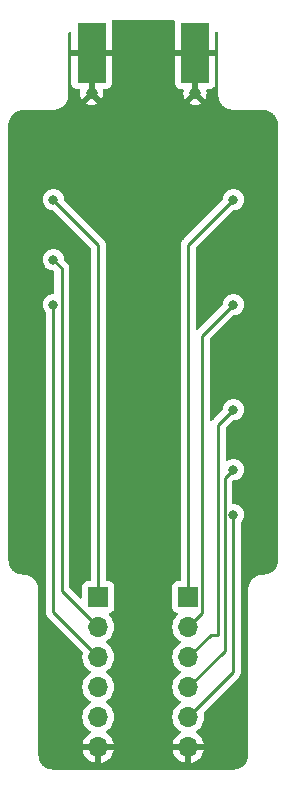
<source format=gbr>
%TF.GenerationSoftware,KiCad,Pcbnew,7.0.7*%
%TF.CreationDate,2023-09-17T23:45:05-06:00*%
%TF.ProjectId,dra818-breakout,64726138-3138-42d6-9272-65616b6f7574,1*%
%TF.SameCoordinates,Original*%
%TF.FileFunction,Copper,L2,Bot*%
%TF.FilePolarity,Positive*%
%FSLAX46Y46*%
G04 Gerber Fmt 4.6, Leading zero omitted, Abs format (unit mm)*
G04 Created by KiCad (PCBNEW 7.0.7) date 2023-09-17 23:45:05*
%MOMM*%
%LPD*%
G01*
G04 APERTURE LIST*
%TA.AperFunction,SMDPad,CuDef*%
%ADD10R,2.420000X5.080000*%
%TD*%
%TA.AperFunction,SMDPad,CuDef*%
%ADD11R,0.460000X0.950000*%
%TD*%
%TA.AperFunction,ComponentPad*%
%ADD12C,0.970000*%
%TD*%
%TA.AperFunction,ComponentPad*%
%ADD13R,1.700000X1.700000*%
%TD*%
%TA.AperFunction,ComponentPad*%
%ADD14O,1.700000X1.700000*%
%TD*%
%TA.AperFunction,ViaPad*%
%ADD15C,0.800000*%
%TD*%
%TA.AperFunction,Conductor*%
%ADD16C,0.250000*%
%TD*%
G04 APERTURE END LIST*
D10*
%TO.P,AE1,2,Shield*%
%TO.N,GND*%
X155510000Y-68840000D03*
X146750000Y-68840000D03*
D11*
X155510000Y-71830000D03*
X146750000Y-71830000D03*
D12*
X155510000Y-72280000D03*
X146750000Y-72280000D03*
%TD*%
D13*
%TO.P,J1,1,Pin_1*%
%TO.N,/SQ*%
X154940000Y-114920000D03*
D14*
%TO.P,J1,2,Pin_2*%
%TO.N,/AF_OUT*%
X154940000Y-117460000D03*
%TO.P,J1,3,Pin_3*%
%TO.N,/PTT*%
X154940000Y-120000000D03*
%TO.P,J1,4,Pin_4*%
%TO.N,/PD*%
X154940000Y-122540000D03*
%TO.P,J1,5,Pin_5*%
%TO.N,/H{slash}L*%
X154940000Y-125080000D03*
%TO.P,J1,6,Pin_6*%
%TO.N,GND*%
X154940000Y-127620000D03*
%TD*%
D13*
%TO.P,J2,1,Pin_1*%
%TO.N,/MIC_IN*%
X147320000Y-114920000D03*
D14*
%TO.P,J2,2,Pin_2*%
%TO.N,/TXD*%
X147320000Y-117460000D03*
%TO.P,J2,3,Pin_3*%
%TO.N,/RXD*%
X147320000Y-120000000D03*
%TO.P,J2,4,Pin_4*%
%TO.N,VCC*%
X147320000Y-122540000D03*
%TO.P,J2,5,Pin_5*%
%TO.N,unconnected-(J2-Pin_5-Pad5)*%
X147320000Y-125080000D03*
%TO.P,J2,6,Pin_6*%
%TO.N,GND*%
X147320000Y-127620000D03*
%TD*%
D15*
%TO.N,/RXD*%
X143510000Y-90170000D03*
%TO.N,/TXD*%
X143510000Y-86360000D03*
%TO.N,/SQ*%
X158750000Y-81280000D03*
%TO.N,/AF_OUT*%
X158750000Y-90170000D03*
%TO.N,/MIC_IN*%
X143510000Y-81280000D03*
%TO.N,/PTT*%
X158750000Y-99060000D03*
%TO.N,/PD*%
X158750000Y-104140000D03*
%TO.N,/H{slash}L*%
X158750000Y-107950000D03*
%TD*%
D16*
%TO.N,/RXD*%
X143510000Y-90170000D02*
X143510000Y-116190000D01*
X143510000Y-116190000D02*
X147320000Y-120000000D01*
%TO.N,/TXD*%
X143510000Y-86360000D02*
X144235000Y-87085000D01*
X144235000Y-87085000D02*
X144235000Y-114375000D01*
X144235000Y-114375000D02*
X147320000Y-117460000D01*
%TO.N,/SQ*%
X154940000Y-85090000D02*
X154940000Y-114920000D01*
X158750000Y-81280000D02*
X154940000Y-85090000D01*
%TO.N,/AF_OUT*%
X156115000Y-92805000D02*
X156115000Y-116285000D01*
X156115000Y-116285000D02*
X154940000Y-117460000D01*
X158750000Y-90170000D02*
X156115000Y-92805000D01*
%TO.N,/MIC_IN*%
X143510000Y-81280000D02*
X147320000Y-85090000D01*
X147320000Y-85090000D02*
X147320000Y-114920000D01*
%TO.N,/PTT*%
X156830000Y-118110000D02*
X154940000Y-120000000D01*
X157480000Y-118110000D02*
X156830000Y-118110000D01*
X158750000Y-99060000D02*
X157480000Y-100330000D01*
X157480000Y-100330000D02*
X157480000Y-118110000D01*
%TO.N,/PD*%
X158025000Y-104865000D02*
X158025000Y-119455000D01*
X158025000Y-119455000D02*
X154940000Y-122540000D01*
X158750000Y-104140000D02*
X158025000Y-104865000D01*
%TO.N,/H{slash}L*%
X158750000Y-121270000D02*
X154940000Y-125080000D01*
X158750000Y-107950000D02*
X158750000Y-121270000D01*
%TD*%
%TA.AperFunction,Conductor*%
%TO.N,GND*%
G36*
X153752672Y-66060185D02*
G01*
X153798427Y-66112989D01*
X153808371Y-66182147D01*
X153806425Y-66192403D01*
X153800000Y-66252155D01*
X153800000Y-68590000D01*
X157220000Y-68590000D01*
X157220000Y-67178257D01*
X157239685Y-67111218D01*
X157292489Y-67065463D01*
X157361647Y-67055519D01*
X157425203Y-67084544D01*
X157462977Y-67143322D01*
X157467528Y-67167449D01*
X157475020Y-67253084D01*
X157479309Y-67307575D01*
X157479500Y-67312441D01*
X157479500Y-72333247D01*
X157476059Y-72344964D01*
X157479264Y-72381594D01*
X157479500Y-72387000D01*
X157479500Y-72489990D01*
X157493194Y-72576451D01*
X157492207Y-72584088D01*
X157496736Y-72600992D01*
X157498086Y-72607343D01*
X157510784Y-72687513D01*
X157543578Y-72788445D01*
X157543821Y-72796985D01*
X157550570Y-72811456D01*
X157553347Y-72818509D01*
X157562388Y-72846337D01*
X157563310Y-72849448D01*
X157572641Y-72884271D01*
X157584533Y-72901161D01*
X157627542Y-72985570D01*
X157629375Y-72995333D01*
X157638422Y-73008253D01*
X157642882Y-73015676D01*
X157663371Y-73055889D01*
X157666462Y-73060932D01*
X157669792Y-73067128D01*
X157672885Y-73073762D01*
X157686343Y-73087506D01*
X157742599Y-73164936D01*
X157746415Y-73175631D01*
X157753977Y-73183193D01*
X157766614Y-73197988D01*
X157780918Y-73217676D01*
X157787062Y-73223820D01*
X157800956Y-73240377D01*
X157803488Y-73243994D01*
X157817681Y-73254439D01*
X157885559Y-73322317D01*
X157891640Y-73333454D01*
X157899618Y-73339040D01*
X157916177Y-73352935D01*
X157922325Y-73359083D01*
X157922328Y-73359085D01*
X157942010Y-73373385D01*
X157956806Y-73386022D01*
X157960973Y-73390189D01*
X157975060Y-73397397D01*
X157975064Y-73397400D01*
X158052492Y-73453655D01*
X158060978Y-73464660D01*
X158072864Y-73470203D01*
X158079061Y-73473533D01*
X158084116Y-73476631D01*
X158124328Y-73497120D01*
X158131751Y-73501580D01*
X158141202Y-73508198D01*
X158154428Y-73512456D01*
X158238835Y-73555464D01*
X158249723Y-73565748D01*
X158290531Y-73576682D01*
X158293645Y-73577605D01*
X158321499Y-73586655D01*
X158328548Y-73589432D01*
X158339686Y-73594625D01*
X158351553Y-73596419D01*
X158452490Y-73629216D01*
X158532674Y-73641915D01*
X158539018Y-73643264D01*
X158552691Y-73646928D01*
X158563542Y-73646805D01*
X158650009Y-73660500D01*
X158749901Y-73660500D01*
X158753010Y-73660500D01*
X158758416Y-73660736D01*
X158789710Y-73663474D01*
X158806751Y-73660500D01*
X161287562Y-73660500D01*
X161292426Y-73660690D01*
X161346977Y-73664984D01*
X161487579Y-73677285D01*
X161505696Y-73680235D01*
X161586020Y-73699520D01*
X161631511Y-73711709D01*
X161696713Y-73729181D01*
X161704400Y-73731790D01*
X161741685Y-73747233D01*
X161790959Y-73767643D01*
X161889955Y-73813806D01*
X161896154Y-73817136D01*
X161976778Y-73866543D01*
X161979926Y-73868608D01*
X162066606Y-73929302D01*
X162071285Y-73932924D01*
X162143840Y-73994892D01*
X162147389Y-73998173D01*
X162221824Y-74072608D01*
X162225109Y-74076162D01*
X162287070Y-74148708D01*
X162290707Y-74153406D01*
X162351385Y-74240064D01*
X162353462Y-74243231D01*
X162402862Y-74323845D01*
X162406192Y-74330042D01*
X162452358Y-74429043D01*
X162488208Y-74515598D01*
X162490817Y-74523284D01*
X162520485Y-74634002D01*
X162539760Y-74714290D01*
X162542714Y-74732429D01*
X162555020Y-74873083D01*
X162559309Y-74927575D01*
X162559500Y-74932441D01*
X162559500Y-111757558D01*
X162559309Y-111762424D01*
X162555020Y-111816916D01*
X162542714Y-111957569D01*
X162539760Y-111975707D01*
X162520485Y-112055997D01*
X162490817Y-112166714D01*
X162488208Y-112174399D01*
X162452358Y-112260956D01*
X162406192Y-112359956D01*
X162402862Y-112366153D01*
X162353462Y-112446767D01*
X162351385Y-112449934D01*
X162290707Y-112536592D01*
X162287062Y-112541300D01*
X162225118Y-112613827D01*
X162221812Y-112617403D01*
X162147403Y-112691812D01*
X162143827Y-112695118D01*
X162071300Y-112757062D01*
X162066592Y-112760707D01*
X161979934Y-112821385D01*
X161976767Y-112823462D01*
X161896153Y-112872862D01*
X161889956Y-112876192D01*
X161790956Y-112922358D01*
X161704399Y-112958208D01*
X161696714Y-112960817D01*
X161585997Y-112990485D01*
X161505707Y-113009760D01*
X161487568Y-113012714D01*
X161357149Y-113024124D01*
X161346844Y-113025025D01*
X161292426Y-113029309D01*
X161287559Y-113029500D01*
X161190009Y-113029500D01*
X161103546Y-113043194D01*
X161095910Y-113042207D01*
X161079004Y-113046737D01*
X161072653Y-113048087D01*
X160992486Y-113060784D01*
X160891554Y-113093578D01*
X160883011Y-113093822D01*
X160868539Y-113100571D01*
X160861488Y-113103348D01*
X160833664Y-113112388D01*
X160830553Y-113113310D01*
X160795729Y-113122641D01*
X160778838Y-113134533D01*
X160694429Y-113177542D01*
X160684663Y-113179375D01*
X160671741Y-113188424D01*
X160664320Y-113192883D01*
X160624103Y-113213375D01*
X160619059Y-113216466D01*
X160612870Y-113219791D01*
X160606241Y-113222882D01*
X160592493Y-113236343D01*
X160515062Y-113292600D01*
X160504365Y-113296416D01*
X160496798Y-113303984D01*
X160482006Y-113316617D01*
X160462328Y-113330914D01*
X160456178Y-113337064D01*
X160439626Y-113350952D01*
X160436007Y-113353485D01*
X160425561Y-113367680D01*
X160357680Y-113435561D01*
X160346542Y-113441642D01*
X160340952Y-113449626D01*
X160327064Y-113466178D01*
X160320914Y-113472328D01*
X160306617Y-113492006D01*
X160293984Y-113506798D01*
X160289812Y-113510969D01*
X160282600Y-113525062D01*
X160226343Y-113602493D01*
X160215335Y-113610981D01*
X160209791Y-113622870D01*
X160206466Y-113629059D01*
X160203375Y-113634103D01*
X160182883Y-113674320D01*
X160178424Y-113681741D01*
X160171804Y-113691194D01*
X160167542Y-113704429D01*
X160124533Y-113788838D01*
X160114250Y-113799725D01*
X160103310Y-113840553D01*
X160102388Y-113843664D01*
X160093348Y-113871488D01*
X160090571Y-113878539D01*
X160085374Y-113889683D01*
X160083578Y-113901554D01*
X160050784Y-114002486D01*
X160038087Y-114082653D01*
X160036737Y-114089004D01*
X160033070Y-114102687D01*
X160033194Y-114113546D01*
X160019500Y-114200008D01*
X160019500Y-114302993D01*
X160019264Y-114308399D01*
X160016524Y-114339708D01*
X160019500Y-114356756D01*
X160019500Y-128267558D01*
X160019309Y-128272424D01*
X160015020Y-128326916D01*
X160002714Y-128467569D01*
X159999760Y-128485707D01*
X159980485Y-128565997D01*
X159950817Y-128676714D01*
X159948208Y-128684399D01*
X159912358Y-128770956D01*
X159866192Y-128869956D01*
X159862862Y-128876153D01*
X159813462Y-128956767D01*
X159811385Y-128959934D01*
X159750707Y-129046592D01*
X159747062Y-129051300D01*
X159685118Y-129123827D01*
X159681812Y-129127403D01*
X159607403Y-129201812D01*
X159603827Y-129205118D01*
X159531300Y-129267062D01*
X159526592Y-129270707D01*
X159439934Y-129331385D01*
X159436767Y-129333462D01*
X159356153Y-129382862D01*
X159349956Y-129386192D01*
X159250956Y-129432358D01*
X159164399Y-129468208D01*
X159156714Y-129470817D01*
X159045997Y-129500485D01*
X158965707Y-129519760D01*
X158947569Y-129522714D01*
X158806916Y-129535020D01*
X158752425Y-129539309D01*
X158747559Y-129539500D01*
X143512441Y-129539500D01*
X143507575Y-129539309D01*
X143453083Y-129535020D01*
X143312429Y-129522714D01*
X143294290Y-129519760D01*
X143214002Y-129500485D01*
X143103284Y-129470817D01*
X143095598Y-129468208D01*
X143009043Y-129432358D01*
X142910042Y-129386192D01*
X142903845Y-129382862D01*
X142823231Y-129333462D01*
X142820064Y-129331385D01*
X142787182Y-129308361D01*
X142733399Y-129270702D01*
X142728708Y-129267070D01*
X142656162Y-129205109D01*
X142652608Y-129201824D01*
X142578173Y-129127389D01*
X142574892Y-129123840D01*
X142512924Y-129051285D01*
X142509302Y-129046606D01*
X142448608Y-128959926D01*
X142446543Y-128956778D01*
X142397136Y-128876153D01*
X142393806Y-128869955D01*
X142347642Y-128770956D01*
X142327233Y-128721685D01*
X142311790Y-128684400D01*
X142309181Y-128676713D01*
X142279514Y-128565997D01*
X142260235Y-128485696D01*
X142257285Y-128467579D01*
X142244979Y-128326916D01*
X142240691Y-128272424D01*
X142240500Y-128267561D01*
X142240500Y-114356751D01*
X142243939Y-114345035D01*
X142240736Y-114308416D01*
X142240500Y-114303010D01*
X142240500Y-114200011D01*
X142240500Y-114200008D01*
X142226805Y-114113545D01*
X142227791Y-114105913D01*
X142223264Y-114089018D01*
X142221914Y-114082665D01*
X142209216Y-114002490D01*
X142176419Y-113901553D01*
X142176175Y-113893010D01*
X142169432Y-113878548D01*
X142166655Y-113871499D01*
X142157605Y-113843645D01*
X142156682Y-113840531D01*
X142147356Y-113805728D01*
X142135464Y-113788835D01*
X142096546Y-113712455D01*
X142092456Y-113704428D01*
X142090623Y-113694667D01*
X142081580Y-113681751D01*
X142077120Y-113674328D01*
X142056631Y-113634116D01*
X142053533Y-113629061D01*
X142050203Y-113622864D01*
X142047112Y-113616236D01*
X142033655Y-113602492D01*
X142014341Y-113575909D01*
X141977398Y-113525061D01*
X141973582Y-113514366D01*
X141966022Y-113506806D01*
X141953385Y-113492010D01*
X141939085Y-113472328D01*
X141939080Y-113472322D01*
X141932935Y-113466177D01*
X141919040Y-113449618D01*
X141916512Y-113446007D01*
X141902317Y-113435559D01*
X141834439Y-113367681D01*
X141828357Y-113356544D01*
X141820377Y-113350956D01*
X141803820Y-113337062D01*
X141797676Y-113330918D01*
X141797675Y-113330917D01*
X141777984Y-113316610D01*
X141763193Y-113303977D01*
X141759028Y-113299812D01*
X141744936Y-113292599D01*
X141667506Y-113236343D01*
X141659018Y-113225336D01*
X141647128Y-113219792D01*
X141640932Y-113216462D01*
X141635889Y-113213371D01*
X141595676Y-113192882D01*
X141588253Y-113188422D01*
X141578801Y-113181803D01*
X141565570Y-113177542D01*
X141481161Y-113134533D01*
X141470272Y-113124249D01*
X141429448Y-113113310D01*
X141426337Y-113112388D01*
X141398509Y-113103347D01*
X141391456Y-113100570D01*
X141380313Y-113095373D01*
X141368445Y-113093578D01*
X141267513Y-113060784D01*
X141267514Y-113060784D01*
X141187343Y-113048086D01*
X141180992Y-113046736D01*
X141167316Y-113043072D01*
X141156451Y-113043194D01*
X141069991Y-113029500D01*
X141069990Y-113029500D01*
X140972441Y-113029500D01*
X140967574Y-113029309D01*
X140913153Y-113025025D01*
X140902852Y-113024125D01*
X140902852Y-113024124D01*
X140772430Y-113012714D01*
X140754290Y-113009760D01*
X140674002Y-112990485D01*
X140563284Y-112960817D01*
X140555598Y-112958208D01*
X140469043Y-112922358D01*
X140370042Y-112876192D01*
X140363845Y-112872862D01*
X140283231Y-112823462D01*
X140280064Y-112821385D01*
X140247182Y-112798361D01*
X140193399Y-112760702D01*
X140188708Y-112757070D01*
X140116162Y-112695109D01*
X140112608Y-112691824D01*
X140038173Y-112617389D01*
X140034892Y-112613840D01*
X139972924Y-112541285D01*
X139969302Y-112536606D01*
X139908608Y-112449926D01*
X139906543Y-112446778D01*
X139857136Y-112366153D01*
X139853806Y-112359955D01*
X139807642Y-112260956D01*
X139787233Y-112211685D01*
X139771790Y-112174400D01*
X139769181Y-112166713D01*
X139739514Y-112055997D01*
X139720235Y-111975696D01*
X139717285Y-111957579D01*
X139704979Y-111816916D01*
X139700691Y-111762424D01*
X139700500Y-111757561D01*
X139700500Y-90170000D01*
X142604540Y-90170000D01*
X142624326Y-90358256D01*
X142624327Y-90358259D01*
X142682818Y-90538277D01*
X142682821Y-90538284D01*
X142777467Y-90702216D01*
X142820772Y-90750310D01*
X142852650Y-90785715D01*
X142882880Y-90848706D01*
X142884500Y-90868687D01*
X142884500Y-116107255D01*
X142882775Y-116122872D01*
X142883061Y-116122899D01*
X142882326Y-116130665D01*
X142884500Y-116199814D01*
X142884500Y-116229343D01*
X142884501Y-116229360D01*
X142885368Y-116236231D01*
X142885826Y-116242050D01*
X142887290Y-116288624D01*
X142887291Y-116288627D01*
X142892880Y-116307867D01*
X142896824Y-116326911D01*
X142899336Y-116346792D01*
X142908582Y-116370145D01*
X142916490Y-116390119D01*
X142918382Y-116395647D01*
X142931381Y-116440388D01*
X142941580Y-116457634D01*
X142950138Y-116475103D01*
X142957514Y-116493732D01*
X142984898Y-116531423D01*
X142988106Y-116536307D01*
X143011827Y-116576416D01*
X143011833Y-116576424D01*
X143025990Y-116590580D01*
X143038628Y-116605376D01*
X143050405Y-116621586D01*
X143050406Y-116621587D01*
X143086309Y-116651288D01*
X143090620Y-116655210D01*
X144573240Y-118137830D01*
X145979762Y-119544352D01*
X146013247Y-119605675D01*
X146011856Y-119664126D01*
X145984938Y-119764586D01*
X145984936Y-119764596D01*
X145964341Y-119999999D01*
X145964341Y-120000000D01*
X145984936Y-120235403D01*
X145984938Y-120235413D01*
X146046094Y-120463655D01*
X146046096Y-120463659D01*
X146046097Y-120463663D01*
X146077313Y-120530605D01*
X146145965Y-120677830D01*
X146145967Y-120677834D01*
X146281501Y-120871395D01*
X146281506Y-120871402D01*
X146448597Y-121038493D01*
X146448603Y-121038498D01*
X146634158Y-121168425D01*
X146677783Y-121223002D01*
X146684977Y-121292500D01*
X146653454Y-121354855D01*
X146634158Y-121371575D01*
X146448597Y-121501505D01*
X146281505Y-121668597D01*
X146145965Y-121862169D01*
X146145964Y-121862171D01*
X146046098Y-122076335D01*
X146046094Y-122076344D01*
X145984938Y-122304586D01*
X145984936Y-122304596D01*
X145964341Y-122539999D01*
X145964341Y-122540000D01*
X145984936Y-122775403D01*
X145984938Y-122775413D01*
X146046094Y-123003655D01*
X146046096Y-123003659D01*
X146046097Y-123003663D01*
X146145964Y-123217829D01*
X146145965Y-123217830D01*
X146145967Y-123217834D01*
X146281501Y-123411395D01*
X146281506Y-123411402D01*
X146448597Y-123578493D01*
X146448603Y-123578498D01*
X146634158Y-123708425D01*
X146677783Y-123763002D01*
X146684977Y-123832500D01*
X146653454Y-123894855D01*
X146634158Y-123911575D01*
X146448597Y-124041505D01*
X146281505Y-124208597D01*
X146145965Y-124402169D01*
X146145964Y-124402171D01*
X146046098Y-124616335D01*
X146046094Y-124616344D01*
X145984938Y-124844586D01*
X145984936Y-124844596D01*
X145964341Y-125079999D01*
X145964341Y-125080000D01*
X145984936Y-125315403D01*
X145984938Y-125315413D01*
X146046094Y-125543655D01*
X146046096Y-125543659D01*
X146046097Y-125543663D01*
X146145965Y-125757830D01*
X146145967Y-125757834D01*
X146281501Y-125951395D01*
X146281506Y-125951402D01*
X146448597Y-126118493D01*
X146448603Y-126118498D01*
X146634594Y-126248730D01*
X146678219Y-126303307D01*
X146685413Y-126372805D01*
X146653890Y-126435160D01*
X146634595Y-126451880D01*
X146448922Y-126581890D01*
X146448920Y-126581891D01*
X146281891Y-126748920D01*
X146281886Y-126748926D01*
X146146400Y-126942420D01*
X146146399Y-126942422D01*
X146046570Y-127156507D01*
X146046567Y-127156513D01*
X145989364Y-127369999D01*
X145989364Y-127370000D01*
X146706653Y-127370000D01*
X146773692Y-127389685D01*
X146819447Y-127442489D01*
X146829391Y-127511647D01*
X146825631Y-127528933D01*
X146820000Y-127548111D01*
X146820000Y-127691888D01*
X146825631Y-127711067D01*
X146825630Y-127780936D01*
X146787855Y-127839714D01*
X146724299Y-127868738D01*
X146706653Y-127870000D01*
X145989364Y-127870000D01*
X146046567Y-128083486D01*
X146046570Y-128083492D01*
X146146399Y-128297578D01*
X146281894Y-128491082D01*
X146448917Y-128658105D01*
X146642421Y-128793600D01*
X146856507Y-128893429D01*
X146856516Y-128893433D01*
X147070000Y-128950634D01*
X147070000Y-128232301D01*
X147089685Y-128165262D01*
X147142489Y-128119507D01*
X147211647Y-128109563D01*
X147284237Y-128120000D01*
X147284238Y-128120000D01*
X147355762Y-128120000D01*
X147355763Y-128120000D01*
X147428353Y-128109563D01*
X147497512Y-128119507D01*
X147550315Y-128165262D01*
X147570000Y-128232301D01*
X147570000Y-128950633D01*
X147783483Y-128893433D01*
X147783492Y-128893429D01*
X147997578Y-128793600D01*
X148191082Y-128658105D01*
X148358105Y-128491082D01*
X148493600Y-128297578D01*
X148593429Y-128083492D01*
X148593432Y-128083486D01*
X148650636Y-127870000D01*
X147933347Y-127870000D01*
X147866308Y-127850315D01*
X147820553Y-127797511D01*
X147810609Y-127728353D01*
X147814369Y-127711067D01*
X147820000Y-127691888D01*
X147820000Y-127548111D01*
X147814369Y-127528933D01*
X147814370Y-127459064D01*
X147852145Y-127400286D01*
X147915701Y-127371262D01*
X147933347Y-127370000D01*
X148650636Y-127370000D01*
X148650635Y-127369999D01*
X148593432Y-127156513D01*
X148593429Y-127156507D01*
X148493600Y-126942422D01*
X148493599Y-126942420D01*
X148358113Y-126748926D01*
X148358108Y-126748920D01*
X148191078Y-126581890D01*
X148005405Y-126451879D01*
X147961780Y-126397302D01*
X147954588Y-126327804D01*
X147986110Y-126265449D01*
X148005406Y-126248730D01*
X148191401Y-126118495D01*
X148358495Y-125951401D01*
X148494035Y-125757830D01*
X148593903Y-125543663D01*
X148655063Y-125315408D01*
X148675659Y-125080000D01*
X153584341Y-125080000D01*
X153604936Y-125315403D01*
X153604938Y-125315413D01*
X153666094Y-125543655D01*
X153666096Y-125543659D01*
X153666097Y-125543663D01*
X153765965Y-125757830D01*
X153765967Y-125757834D01*
X153901501Y-125951395D01*
X153901506Y-125951402D01*
X154068597Y-126118493D01*
X154068603Y-126118498D01*
X154254594Y-126248730D01*
X154298219Y-126303307D01*
X154305413Y-126372805D01*
X154273890Y-126435160D01*
X154254595Y-126451880D01*
X154068922Y-126581890D01*
X154068920Y-126581891D01*
X153901891Y-126748920D01*
X153901886Y-126748926D01*
X153766400Y-126942420D01*
X153766399Y-126942422D01*
X153666570Y-127156507D01*
X153666567Y-127156513D01*
X153609364Y-127369999D01*
X153609364Y-127370000D01*
X154326653Y-127370000D01*
X154393692Y-127389685D01*
X154439447Y-127442489D01*
X154449391Y-127511647D01*
X154445631Y-127528933D01*
X154440000Y-127548111D01*
X154440000Y-127691888D01*
X154445631Y-127711067D01*
X154445630Y-127780936D01*
X154407855Y-127839714D01*
X154344299Y-127868738D01*
X154326653Y-127870000D01*
X153609364Y-127870000D01*
X153666567Y-128083486D01*
X153666570Y-128083492D01*
X153766399Y-128297578D01*
X153901894Y-128491082D01*
X154068917Y-128658105D01*
X154262421Y-128793600D01*
X154476507Y-128893429D01*
X154476516Y-128893433D01*
X154690000Y-128950634D01*
X154690000Y-128232301D01*
X154709685Y-128165262D01*
X154762489Y-128119507D01*
X154831647Y-128109563D01*
X154904237Y-128120000D01*
X154904238Y-128120000D01*
X154975762Y-128120000D01*
X154975763Y-128120000D01*
X155048353Y-128109563D01*
X155117512Y-128119507D01*
X155170315Y-128165262D01*
X155190000Y-128232301D01*
X155190000Y-128950633D01*
X155403483Y-128893433D01*
X155403492Y-128893429D01*
X155617578Y-128793600D01*
X155811082Y-128658105D01*
X155978105Y-128491082D01*
X156113600Y-128297578D01*
X156213429Y-128083492D01*
X156213432Y-128083486D01*
X156270636Y-127870000D01*
X155553347Y-127870000D01*
X155486308Y-127850315D01*
X155440553Y-127797511D01*
X155430609Y-127728353D01*
X155434369Y-127711067D01*
X155440000Y-127691888D01*
X155440000Y-127548111D01*
X155434369Y-127528933D01*
X155434370Y-127459064D01*
X155472145Y-127400286D01*
X155535701Y-127371262D01*
X155553347Y-127370000D01*
X156270636Y-127370000D01*
X156270635Y-127369999D01*
X156213432Y-127156513D01*
X156213429Y-127156507D01*
X156113600Y-126942422D01*
X156113599Y-126942420D01*
X155978113Y-126748926D01*
X155978108Y-126748920D01*
X155811078Y-126581890D01*
X155625405Y-126451879D01*
X155581780Y-126397302D01*
X155574588Y-126327804D01*
X155606110Y-126265449D01*
X155625406Y-126248730D01*
X155811401Y-126118495D01*
X155978495Y-125951401D01*
X156114035Y-125757830D01*
X156213903Y-125543663D01*
X156275063Y-125315408D01*
X156295659Y-125080000D01*
X156275063Y-124844592D01*
X156248142Y-124744125D01*
X156249806Y-124674276D01*
X156280235Y-124624353D01*
X159133786Y-121770802D01*
X159146048Y-121760980D01*
X159145865Y-121760759D01*
X159151867Y-121755792D01*
X159151877Y-121755786D01*
X159199241Y-121705348D01*
X159220120Y-121684470D01*
X159224373Y-121678986D01*
X159228150Y-121674563D01*
X159260062Y-121640582D01*
X159269714Y-121623023D01*
X159280389Y-121606772D01*
X159292674Y-121590936D01*
X159311186Y-121548152D01*
X159313742Y-121542935D01*
X159336197Y-121502092D01*
X159341180Y-121482680D01*
X159347477Y-121464291D01*
X159355438Y-121445895D01*
X159362729Y-121399853D01*
X159363908Y-121394162D01*
X159375500Y-121349019D01*
X159375500Y-121328982D01*
X159377027Y-121309582D01*
X159380160Y-121289804D01*
X159375775Y-121243415D01*
X159375500Y-121237577D01*
X159375500Y-108648687D01*
X159395185Y-108581648D01*
X159407350Y-108565715D01*
X159425891Y-108545122D01*
X159482533Y-108482216D01*
X159577179Y-108318284D01*
X159635674Y-108138256D01*
X159655460Y-107950000D01*
X159635674Y-107761744D01*
X159577179Y-107581716D01*
X159482533Y-107417784D01*
X159355871Y-107277112D01*
X159355870Y-107277111D01*
X159202734Y-107165851D01*
X159202729Y-107165848D01*
X159029807Y-107088857D01*
X159029802Y-107088855D01*
X158884000Y-107057865D01*
X158844646Y-107049500D01*
X158774500Y-107049500D01*
X158707461Y-107029815D01*
X158661706Y-106977011D01*
X158650500Y-106925500D01*
X158650500Y-105175451D01*
X158670185Y-105108412D01*
X158686818Y-105087771D01*
X158697774Y-105076814D01*
X158759099Y-105043333D01*
X158785452Y-105040500D01*
X158844644Y-105040500D01*
X158844646Y-105040500D01*
X159029803Y-105001144D01*
X159202730Y-104924151D01*
X159355871Y-104812888D01*
X159482533Y-104672216D01*
X159577179Y-104508284D01*
X159635674Y-104328256D01*
X159655460Y-104140000D01*
X159635674Y-103951744D01*
X159577179Y-103771716D01*
X159482533Y-103607784D01*
X159355871Y-103467112D01*
X159355870Y-103467111D01*
X159202734Y-103355851D01*
X159202729Y-103355848D01*
X159029807Y-103278857D01*
X159029802Y-103278855D01*
X158884000Y-103247865D01*
X158844646Y-103239500D01*
X158655354Y-103239500D01*
X158622897Y-103246398D01*
X158470197Y-103278855D01*
X158470192Y-103278857D01*
X158297270Y-103355848D01*
X158291637Y-103359101D01*
X158290145Y-103356517D01*
X158236483Y-103375617D01*
X158168441Y-103359739D01*
X158119785Y-103309595D01*
X158105500Y-103251814D01*
X158105500Y-100640452D01*
X158125185Y-100573413D01*
X158141819Y-100552771D01*
X158697772Y-99996819D01*
X158759095Y-99963334D01*
X158785453Y-99960500D01*
X158844644Y-99960500D01*
X158844646Y-99960500D01*
X159029803Y-99921144D01*
X159202730Y-99844151D01*
X159355871Y-99732888D01*
X159482533Y-99592216D01*
X159577179Y-99428284D01*
X159635674Y-99248256D01*
X159655460Y-99060000D01*
X159635674Y-98871744D01*
X159577179Y-98691716D01*
X159482533Y-98527784D01*
X159355871Y-98387112D01*
X159355870Y-98387111D01*
X159202734Y-98275851D01*
X159202729Y-98275848D01*
X159029807Y-98198857D01*
X159029802Y-98198855D01*
X158884001Y-98167865D01*
X158844646Y-98159500D01*
X158655354Y-98159500D01*
X158622897Y-98166398D01*
X158470197Y-98198855D01*
X158470192Y-98198857D01*
X158297270Y-98275848D01*
X158297265Y-98275851D01*
X158144129Y-98387111D01*
X158017466Y-98527785D01*
X157922821Y-98691715D01*
X157922818Y-98691722D01*
X157864327Y-98871740D01*
X157864326Y-98871744D01*
X157846679Y-99039649D01*
X157820094Y-99104263D01*
X157811039Y-99114368D01*
X157096208Y-99829199D01*
X157083951Y-99839020D01*
X157084134Y-99839241D01*
X157078123Y-99844213D01*
X157030772Y-99894636D01*
X157009889Y-99915519D01*
X157009877Y-99915532D01*
X157005621Y-99921017D01*
X157001837Y-99925447D01*
X156969937Y-99959418D01*
X156965352Y-99965730D01*
X156962789Y-99963868D01*
X156923608Y-100002822D01*
X156855292Y-100017474D01*
X156789899Y-99992865D01*
X156748192Y-99936809D01*
X156740500Y-99893816D01*
X156740500Y-93115451D01*
X156760185Y-93048412D01*
X156776819Y-93027770D01*
X158697771Y-91106819D01*
X158759094Y-91073334D01*
X158785452Y-91070500D01*
X158844644Y-91070500D01*
X158844646Y-91070500D01*
X159029803Y-91031144D01*
X159202730Y-90954151D01*
X159355871Y-90842888D01*
X159482533Y-90702216D01*
X159577179Y-90538284D01*
X159635674Y-90358256D01*
X159655460Y-90170000D01*
X159635674Y-89981744D01*
X159577179Y-89801716D01*
X159482533Y-89637784D01*
X159355871Y-89497112D01*
X159355870Y-89497111D01*
X159202734Y-89385851D01*
X159202729Y-89385848D01*
X159029807Y-89308857D01*
X159029802Y-89308855D01*
X158884000Y-89277865D01*
X158844646Y-89269500D01*
X158655354Y-89269500D01*
X158622897Y-89276398D01*
X158470197Y-89308855D01*
X158470192Y-89308857D01*
X158297270Y-89385848D01*
X158297265Y-89385851D01*
X158144129Y-89497111D01*
X158017466Y-89637785D01*
X157922821Y-89801715D01*
X157922818Y-89801722D01*
X157864327Y-89981740D01*
X157864326Y-89981744D01*
X157846679Y-90149649D01*
X157820094Y-90214263D01*
X157811039Y-90224368D01*
X155777181Y-92258227D01*
X155715858Y-92291712D01*
X155646166Y-92286728D01*
X155590233Y-92244856D01*
X155565816Y-92179392D01*
X155565500Y-92170546D01*
X155565500Y-85400451D01*
X155585185Y-85333412D01*
X155601819Y-85312770D01*
X158697771Y-82216819D01*
X158759094Y-82183334D01*
X158785452Y-82180500D01*
X158844644Y-82180500D01*
X158844646Y-82180500D01*
X159029803Y-82141144D01*
X159202730Y-82064151D01*
X159355871Y-81952888D01*
X159482533Y-81812216D01*
X159577179Y-81648284D01*
X159635674Y-81468256D01*
X159655460Y-81280000D01*
X159635674Y-81091744D01*
X159577179Y-80911716D01*
X159482533Y-80747784D01*
X159355871Y-80607112D01*
X159355870Y-80607111D01*
X159202734Y-80495851D01*
X159202729Y-80495848D01*
X159029807Y-80418857D01*
X159029802Y-80418855D01*
X158884000Y-80387865D01*
X158844646Y-80379500D01*
X158655354Y-80379500D01*
X158622897Y-80386398D01*
X158470197Y-80418855D01*
X158470192Y-80418857D01*
X158297270Y-80495848D01*
X158297265Y-80495851D01*
X158144129Y-80607111D01*
X158017466Y-80747785D01*
X157922821Y-80911715D01*
X157922818Y-80911722D01*
X157864327Y-81091740D01*
X157864326Y-81091744D01*
X157856405Y-81167105D01*
X157846678Y-81259651D01*
X157820093Y-81324266D01*
X157811038Y-81334370D01*
X154556208Y-84589199D01*
X154543951Y-84599020D01*
X154544134Y-84599241D01*
X154538123Y-84604213D01*
X154490772Y-84654636D01*
X154469889Y-84675519D01*
X154469877Y-84675532D01*
X154465621Y-84681017D01*
X154461837Y-84685447D01*
X154429937Y-84719418D01*
X154429936Y-84719420D01*
X154420284Y-84736976D01*
X154409610Y-84753226D01*
X154397329Y-84769061D01*
X154397324Y-84769068D01*
X154378815Y-84811838D01*
X154376245Y-84817084D01*
X154353803Y-84857906D01*
X154348822Y-84877307D01*
X154342521Y-84895710D01*
X154334562Y-84914102D01*
X154334561Y-84914105D01*
X154327271Y-84960127D01*
X154326087Y-84965846D01*
X154314501Y-85010972D01*
X154314500Y-85010982D01*
X154314500Y-85031016D01*
X154312973Y-85050415D01*
X154309840Y-85070194D01*
X154309840Y-85070195D01*
X154314225Y-85116583D01*
X154314500Y-85122421D01*
X154314500Y-113445500D01*
X154294815Y-113512539D01*
X154242011Y-113558294D01*
X154190501Y-113569500D01*
X154042130Y-113569500D01*
X154042123Y-113569501D01*
X153982516Y-113575908D01*
X153847671Y-113626202D01*
X153847664Y-113626206D01*
X153732455Y-113712452D01*
X153732452Y-113712455D01*
X153646206Y-113827664D01*
X153646202Y-113827671D01*
X153595908Y-113962517D01*
X153591611Y-114002490D01*
X153589501Y-114022123D01*
X153589500Y-114022135D01*
X153589500Y-115817870D01*
X153589501Y-115817876D01*
X153595908Y-115877483D01*
X153646202Y-116012328D01*
X153646206Y-116012335D01*
X153732452Y-116127544D01*
X153732455Y-116127547D01*
X153847664Y-116213793D01*
X153847671Y-116213797D01*
X153979081Y-116262810D01*
X154035015Y-116304681D01*
X154059432Y-116370145D01*
X154044580Y-116438418D01*
X154023430Y-116466673D01*
X153901503Y-116588600D01*
X153765965Y-116782169D01*
X153765964Y-116782171D01*
X153666098Y-116996335D01*
X153666094Y-116996344D01*
X153604938Y-117224586D01*
X153604936Y-117224596D01*
X153584341Y-117459999D01*
X153584341Y-117460000D01*
X153604936Y-117695403D01*
X153604938Y-117695413D01*
X153666094Y-117923655D01*
X153666096Y-117923659D01*
X153666097Y-117923663D01*
X153765965Y-118137829D01*
X153765965Y-118137830D01*
X153765967Y-118137834D01*
X153901501Y-118331395D01*
X153901506Y-118331402D01*
X154068597Y-118498493D01*
X154068603Y-118498498D01*
X154254158Y-118628425D01*
X154297783Y-118683002D01*
X154304977Y-118752500D01*
X154273454Y-118814855D01*
X154254158Y-118831575D01*
X154068597Y-118961505D01*
X153901505Y-119128597D01*
X153765965Y-119322169D01*
X153765964Y-119322171D01*
X153666098Y-119536335D01*
X153666094Y-119536344D01*
X153604938Y-119764586D01*
X153604936Y-119764596D01*
X153584341Y-119999999D01*
X153584341Y-120000000D01*
X153604936Y-120235403D01*
X153604938Y-120235413D01*
X153666094Y-120463655D01*
X153666096Y-120463659D01*
X153666097Y-120463663D01*
X153697313Y-120530605D01*
X153765965Y-120677830D01*
X153765967Y-120677834D01*
X153901501Y-120871395D01*
X153901506Y-120871402D01*
X154068597Y-121038493D01*
X154068603Y-121038498D01*
X154254158Y-121168425D01*
X154297783Y-121223002D01*
X154304977Y-121292500D01*
X154273454Y-121354855D01*
X154254158Y-121371575D01*
X154068597Y-121501505D01*
X153901505Y-121668597D01*
X153765965Y-121862169D01*
X153765964Y-121862171D01*
X153666098Y-122076335D01*
X153666094Y-122076344D01*
X153604938Y-122304586D01*
X153604936Y-122304596D01*
X153584341Y-122539999D01*
X153584341Y-122540000D01*
X153604936Y-122775403D01*
X153604938Y-122775413D01*
X153666094Y-123003655D01*
X153666096Y-123003659D01*
X153666097Y-123003663D01*
X153765965Y-123217829D01*
X153765965Y-123217830D01*
X153765967Y-123217834D01*
X153901501Y-123411395D01*
X153901506Y-123411402D01*
X154068597Y-123578493D01*
X154068603Y-123578498D01*
X154254158Y-123708425D01*
X154297783Y-123763002D01*
X154304977Y-123832500D01*
X154273454Y-123894855D01*
X154254158Y-123911575D01*
X154068597Y-124041505D01*
X153901505Y-124208597D01*
X153765965Y-124402169D01*
X153765964Y-124402171D01*
X153666098Y-124616335D01*
X153666094Y-124616344D01*
X153604938Y-124844586D01*
X153604936Y-124844596D01*
X153584341Y-125079999D01*
X153584341Y-125080000D01*
X148675659Y-125080000D01*
X148655063Y-124844592D01*
X148593903Y-124616337D01*
X148494035Y-124402171D01*
X148358495Y-124208599D01*
X148358494Y-124208597D01*
X148191402Y-124041506D01*
X148191401Y-124041505D01*
X148005842Y-123911575D01*
X148005841Y-123911574D01*
X147962216Y-123856997D01*
X147955024Y-123787498D01*
X147986546Y-123725144D01*
X148005836Y-123708428D01*
X148191401Y-123578495D01*
X148358495Y-123411401D01*
X148494035Y-123217830D01*
X148593903Y-123003663D01*
X148655063Y-122775408D01*
X148675659Y-122540000D01*
X148655063Y-122304592D01*
X148593903Y-122076337D01*
X148494035Y-121862171D01*
X148364157Y-121676684D01*
X148358494Y-121668597D01*
X148191402Y-121501506D01*
X148191396Y-121501501D01*
X148005842Y-121371575D01*
X147962217Y-121316998D01*
X147955023Y-121247500D01*
X147986546Y-121185145D01*
X148005842Y-121168425D01*
X148178930Y-121047227D01*
X148191401Y-121038495D01*
X148358495Y-120871401D01*
X148494035Y-120677830D01*
X148593903Y-120463663D01*
X148655063Y-120235408D01*
X148675659Y-120000000D01*
X148655063Y-119764592D01*
X148593903Y-119536337D01*
X148494035Y-119322171D01*
X148416603Y-119211585D01*
X148358494Y-119128597D01*
X148191402Y-118961506D01*
X148191401Y-118961505D01*
X148005842Y-118831575D01*
X148005841Y-118831574D01*
X147962216Y-118776997D01*
X147955024Y-118707498D01*
X147986546Y-118645144D01*
X148005836Y-118628428D01*
X148191401Y-118498495D01*
X148358495Y-118331401D01*
X148494035Y-118137830D01*
X148593903Y-117923663D01*
X148655063Y-117695408D01*
X148675659Y-117460000D01*
X148655063Y-117224592D01*
X148593903Y-116996337D01*
X148494035Y-116782171D01*
X148489704Y-116775986D01*
X148358496Y-116588600D01*
X148301319Y-116531423D01*
X148236567Y-116466671D01*
X148203084Y-116405351D01*
X148208068Y-116335659D01*
X148249939Y-116279725D01*
X148280915Y-116262810D01*
X148412331Y-116213796D01*
X148527546Y-116127546D01*
X148613796Y-116012331D01*
X148664091Y-115877483D01*
X148670500Y-115817873D01*
X148670499Y-114022128D01*
X148664091Y-113962517D01*
X148641353Y-113901554D01*
X148613797Y-113827671D01*
X148613793Y-113827664D01*
X148527547Y-113712455D01*
X148527544Y-113712452D01*
X148412335Y-113626206D01*
X148412328Y-113626202D01*
X148277482Y-113575908D01*
X148277483Y-113575908D01*
X148217883Y-113569501D01*
X148217881Y-113569500D01*
X148217873Y-113569500D01*
X148217865Y-113569500D01*
X148069500Y-113569500D01*
X148002461Y-113549815D01*
X147956706Y-113497011D01*
X147945500Y-113445500D01*
X147945500Y-85172742D01*
X147947224Y-85157122D01*
X147946939Y-85157095D01*
X147947673Y-85149333D01*
X147945500Y-85080172D01*
X147945500Y-85050656D01*
X147945500Y-85050650D01*
X147944631Y-85043779D01*
X147944173Y-85037952D01*
X147943955Y-85031016D01*
X147942710Y-84991373D01*
X147937119Y-84972130D01*
X147933173Y-84953078D01*
X147930664Y-84933208D01*
X147913504Y-84889867D01*
X147911624Y-84884379D01*
X147898618Y-84839610D01*
X147888422Y-84822370D01*
X147879861Y-84804894D01*
X147872487Y-84786270D01*
X147872486Y-84786268D01*
X147845079Y-84748545D01*
X147841888Y-84743686D01*
X147827536Y-84719418D01*
X147818170Y-84703580D01*
X147818168Y-84703578D01*
X147818165Y-84703574D01*
X147804006Y-84689415D01*
X147791368Y-84674619D01*
X147779594Y-84658413D01*
X147775028Y-84654636D01*
X147743688Y-84628709D01*
X147739376Y-84624786D01*
X144448960Y-81334369D01*
X144415475Y-81273046D01*
X144413323Y-81259668D01*
X144395674Y-81091744D01*
X144337179Y-80911716D01*
X144242533Y-80747784D01*
X144115871Y-80607112D01*
X144115870Y-80607111D01*
X143962734Y-80495851D01*
X143962729Y-80495848D01*
X143789807Y-80418857D01*
X143789802Y-80418855D01*
X143644000Y-80387865D01*
X143604646Y-80379500D01*
X143415354Y-80379500D01*
X143382897Y-80386398D01*
X143230197Y-80418855D01*
X143230192Y-80418857D01*
X143057270Y-80495848D01*
X143057265Y-80495851D01*
X142904129Y-80607111D01*
X142777466Y-80747785D01*
X142682821Y-80911715D01*
X142682818Y-80911722D01*
X142624327Y-81091740D01*
X142624326Y-81091744D01*
X142604540Y-81280000D01*
X142624326Y-81468256D01*
X142624327Y-81468259D01*
X142682818Y-81648277D01*
X142682821Y-81648284D01*
X142777467Y-81812216D01*
X142904128Y-81952888D01*
X142904129Y-81952888D01*
X143057265Y-82064148D01*
X143057270Y-82064151D01*
X143230192Y-82141142D01*
X143230197Y-82141144D01*
X143415354Y-82180500D01*
X143474548Y-82180500D01*
X143541587Y-82200185D01*
X143562229Y-82216819D01*
X146658181Y-85312771D01*
X146691666Y-85374094D01*
X146694500Y-85400452D01*
X146694500Y-113445500D01*
X146674815Y-113512539D01*
X146622011Y-113558294D01*
X146570501Y-113569500D01*
X146422130Y-113569500D01*
X146422123Y-113569501D01*
X146362516Y-113575908D01*
X146227671Y-113626202D01*
X146227664Y-113626206D01*
X146112455Y-113712452D01*
X146112452Y-113712455D01*
X146026206Y-113827664D01*
X146026202Y-113827671D01*
X145975908Y-113962517D01*
X145971611Y-114002490D01*
X145969501Y-114022123D01*
X145969500Y-114022135D01*
X145969500Y-114925547D01*
X145949815Y-114992586D01*
X145897011Y-115038341D01*
X145827853Y-115048285D01*
X145764297Y-115019260D01*
X145757819Y-115013228D01*
X144896819Y-114152228D01*
X144863334Y-114090905D01*
X144860500Y-114064547D01*
X144860500Y-87167742D01*
X144862224Y-87152122D01*
X144861939Y-87152096D01*
X144862671Y-87144340D01*
X144862673Y-87144333D01*
X144860500Y-87075185D01*
X144860500Y-87045650D01*
X144859631Y-87038772D01*
X144859172Y-87032943D01*
X144857709Y-86986372D01*
X144852122Y-86967144D01*
X144848174Y-86948084D01*
X144845663Y-86928204D01*
X144828512Y-86884887D01*
X144826619Y-86879358D01*
X144813618Y-86834609D01*
X144813616Y-86834606D01*
X144803423Y-86817371D01*
X144794861Y-86799894D01*
X144787487Y-86781270D01*
X144787486Y-86781268D01*
X144760079Y-86743545D01*
X144756888Y-86738686D01*
X144750736Y-86728284D01*
X144733170Y-86698580D01*
X144733168Y-86698578D01*
X144733165Y-86698574D01*
X144719006Y-86684415D01*
X144706368Y-86669619D01*
X144694594Y-86653413D01*
X144658688Y-86623709D01*
X144654376Y-86619786D01*
X144448960Y-86414369D01*
X144415475Y-86353046D01*
X144413323Y-86339668D01*
X144395674Y-86171744D01*
X144337179Y-85991716D01*
X144242533Y-85827784D01*
X144115871Y-85687112D01*
X144115870Y-85687111D01*
X143962734Y-85575851D01*
X143962729Y-85575848D01*
X143789807Y-85498857D01*
X143789802Y-85498855D01*
X143644000Y-85467865D01*
X143604646Y-85459500D01*
X143415354Y-85459500D01*
X143382897Y-85466398D01*
X143230197Y-85498855D01*
X143230192Y-85498857D01*
X143057270Y-85575848D01*
X143057265Y-85575851D01*
X142904129Y-85687111D01*
X142777466Y-85827785D01*
X142682821Y-85991715D01*
X142682818Y-85991722D01*
X142624327Y-86171740D01*
X142624326Y-86171744D01*
X142604540Y-86360000D01*
X142624326Y-86548256D01*
X142624327Y-86548259D01*
X142682818Y-86728277D01*
X142682821Y-86728284D01*
X142777467Y-86892216D01*
X142827771Y-86948084D01*
X142904129Y-87032888D01*
X143057265Y-87144148D01*
X143057270Y-87144151D01*
X143230192Y-87221142D01*
X143230197Y-87221144D01*
X143415354Y-87260500D01*
X143474546Y-87260500D01*
X143541585Y-87280185D01*
X143562223Y-87296815D01*
X143573177Y-87307768D01*
X143606665Y-87369089D01*
X143609500Y-87395453D01*
X143609500Y-89145500D01*
X143589815Y-89212539D01*
X143537011Y-89258294D01*
X143485500Y-89269500D01*
X143415354Y-89269500D01*
X143382897Y-89276398D01*
X143230197Y-89308855D01*
X143230192Y-89308857D01*
X143057270Y-89385848D01*
X143057265Y-89385851D01*
X142904129Y-89497111D01*
X142777466Y-89637785D01*
X142682821Y-89801715D01*
X142682818Y-89801722D01*
X142624327Y-89981740D01*
X142624326Y-89981744D01*
X142604540Y-90170000D01*
X139700500Y-90170000D01*
X139700500Y-74932436D01*
X139700691Y-74927571D01*
X139704984Y-74873023D01*
X139717286Y-74732416D01*
X139720234Y-74714307D01*
X139739518Y-74633984D01*
X139769181Y-74523284D01*
X139771790Y-74515598D01*
X139807649Y-74429026D01*
X139853813Y-74330028D01*
X139857127Y-74323860D01*
X139906562Y-74243190D01*
X139908587Y-74240102D01*
X139969316Y-74153372D01*
X139972908Y-74148733D01*
X140034914Y-74076133D01*
X140038149Y-74072634D01*
X140112634Y-73998149D01*
X140116133Y-73994914D01*
X140188733Y-73932908D01*
X140193372Y-73929316D01*
X140280102Y-73868587D01*
X140283190Y-73866562D01*
X140363860Y-73817127D01*
X140370028Y-73813813D01*
X140469026Y-73767649D01*
X140555599Y-73731789D01*
X140563285Y-73729181D01*
X140565617Y-73728556D01*
X140673984Y-73699518D01*
X140754307Y-73680234D01*
X140772416Y-73677286D01*
X140912988Y-73664986D01*
X140967573Y-73660690D01*
X140972438Y-73660500D01*
X143453248Y-73660500D01*
X143464963Y-73663939D01*
X143501583Y-73660736D01*
X143506989Y-73660500D01*
X143609990Y-73660500D01*
X143609991Y-73660500D01*
X143696450Y-73646806D01*
X143704082Y-73647792D01*
X143720980Y-73643265D01*
X143727332Y-73641915D01*
X143729777Y-73641527D01*
X143807510Y-73629216D01*
X143908443Y-73596420D01*
X143916984Y-73596177D01*
X143931445Y-73589434D01*
X143938495Y-73586657D01*
X143966353Y-73577605D01*
X143966362Y-73577602D01*
X143969469Y-73576682D01*
X144004276Y-73567355D01*
X144021163Y-73555466D01*
X144061855Y-73534731D01*
X144105569Y-73512457D01*
X144115330Y-73510624D01*
X144128247Y-73501580D01*
X144135673Y-73497119D01*
X144175887Y-73476629D01*
X144175896Y-73476622D01*
X144180932Y-73473536D01*
X144187134Y-73470204D01*
X144193763Y-73467112D01*
X144207504Y-73453657D01*
X144284937Y-73397399D01*
X144295630Y-73393583D01*
X144303191Y-73386023D01*
X144317980Y-73373391D01*
X144337675Y-73359083D01*
X144343831Y-73352926D01*
X144360383Y-73339038D01*
X144363995Y-73336508D01*
X144374437Y-73322320D01*
X144442319Y-73254438D01*
X144453453Y-73248359D01*
X144459038Y-73240383D01*
X144472926Y-73223831D01*
X144479083Y-73217675D01*
X144493391Y-73197980D01*
X144506023Y-73183191D01*
X144510188Y-73179025D01*
X144517397Y-73164939D01*
X144573656Y-73087505D01*
X144584661Y-73079019D01*
X144590204Y-73067134D01*
X144593536Y-73060932D01*
X144596622Y-73055896D01*
X144596629Y-73055887D01*
X144617120Y-73015670D01*
X144621580Y-73008247D01*
X144628197Y-72998796D01*
X144632456Y-72985571D01*
X144654731Y-72941855D01*
X144675466Y-72901163D01*
X144685747Y-72890276D01*
X144696682Y-72849469D01*
X144697604Y-72846356D01*
X144706657Y-72818495D01*
X144709434Y-72811445D01*
X144714624Y-72800313D01*
X144716421Y-72788443D01*
X144718418Y-72782297D01*
X144749216Y-72687510D01*
X144761914Y-72607332D01*
X144763265Y-72600980D01*
X144766927Y-72587311D01*
X144766806Y-72576450D01*
X144780500Y-72489990D01*
X144780500Y-72386988D01*
X144780736Y-72381582D01*
X144783473Y-72350294D01*
X144780500Y-72333247D01*
X144780500Y-69090000D01*
X145040000Y-69090000D01*
X145040000Y-71427844D01*
X145046401Y-71487372D01*
X145046403Y-71487379D01*
X145096645Y-71622086D01*
X145096649Y-71622093D01*
X145182809Y-71737187D01*
X145182812Y-71737190D01*
X145297906Y-71823350D01*
X145297913Y-71823354D01*
X145432620Y-71873596D01*
X145432627Y-71873598D01*
X145492155Y-71879999D01*
X145492172Y-71880000D01*
X145674822Y-71880000D01*
X145741861Y-71899685D01*
X145787616Y-71952489D01*
X145797560Y-72021647D01*
X145793482Y-72039996D01*
X145779252Y-72086904D01*
X145760234Y-72280000D01*
X145779251Y-72473092D01*
X145835576Y-72658769D01*
X145899007Y-72777438D01*
X146337684Y-72338762D01*
X146399007Y-72305277D01*
X146468699Y-72310261D01*
X146524632Y-72352133D01*
X146543294Y-72388120D01*
X146546363Y-72397567D01*
X146546364Y-72397568D01*
X146611789Y-72470231D01*
X146611790Y-72470232D01*
X146655605Y-72489739D01*
X146708843Y-72534988D01*
X146729165Y-72601837D01*
X146710121Y-72669061D01*
X146692852Y-72690700D01*
X146252559Y-73130992D01*
X146371230Y-73194423D01*
X146556907Y-73250748D01*
X146750000Y-73269765D01*
X146943092Y-73250748D01*
X147128772Y-73194422D01*
X147128774Y-73194422D01*
X147247438Y-73130992D01*
X147247439Y-73130991D01*
X146811039Y-72694591D01*
X146777554Y-72633268D01*
X146782538Y-72563576D01*
X146824410Y-72507643D01*
X146842946Y-72496764D01*
X146845635Y-72494809D01*
X146845639Y-72494809D01*
X146924742Y-72437338D01*
X146966981Y-72364177D01*
X147017548Y-72315962D01*
X147086155Y-72302740D01*
X147151020Y-72328708D01*
X147162049Y-72338497D01*
X147600991Y-72777439D01*
X147600992Y-72777438D01*
X147664422Y-72658774D01*
X147664422Y-72658772D01*
X147720748Y-72473092D01*
X147739765Y-72280000D01*
X147720747Y-72086904D01*
X147706518Y-72039996D01*
X147705894Y-71970129D01*
X147743141Y-71911016D01*
X147806435Y-71881425D01*
X147825178Y-71880000D01*
X148007828Y-71880000D01*
X148007844Y-71879999D01*
X148067372Y-71873598D01*
X148067379Y-71873596D01*
X148202086Y-71823354D01*
X148202093Y-71823350D01*
X148317187Y-71737190D01*
X148317190Y-71737187D01*
X148403350Y-71622093D01*
X148403354Y-71622086D01*
X148453596Y-71487379D01*
X148453598Y-71487372D01*
X148459999Y-71427844D01*
X148460000Y-71427827D01*
X148460000Y-69090000D01*
X153800000Y-69090000D01*
X153800000Y-71427844D01*
X153806401Y-71487372D01*
X153806403Y-71487379D01*
X153856645Y-71622086D01*
X153856649Y-71622093D01*
X153942809Y-71737187D01*
X153942812Y-71737190D01*
X154057906Y-71823350D01*
X154057913Y-71823354D01*
X154192620Y-71873596D01*
X154192627Y-71873598D01*
X154252155Y-71879999D01*
X154252172Y-71880000D01*
X154434822Y-71880000D01*
X154501861Y-71899685D01*
X154547616Y-71952489D01*
X154557560Y-72021647D01*
X154553482Y-72039996D01*
X154539252Y-72086904D01*
X154520234Y-72280000D01*
X154539251Y-72473092D01*
X154595576Y-72658769D01*
X154659007Y-72777438D01*
X155097684Y-72338762D01*
X155159007Y-72305277D01*
X155228699Y-72310261D01*
X155284632Y-72352133D01*
X155303294Y-72388120D01*
X155306363Y-72397567D01*
X155306364Y-72397568D01*
X155371789Y-72470231D01*
X155371790Y-72470232D01*
X155415605Y-72489739D01*
X155468843Y-72534988D01*
X155489165Y-72601837D01*
X155470121Y-72669061D01*
X155452852Y-72690700D01*
X155012559Y-73130992D01*
X155131230Y-73194423D01*
X155316907Y-73250748D01*
X155510000Y-73269765D01*
X155703092Y-73250748D01*
X155888772Y-73194422D01*
X155888774Y-73194422D01*
X156007438Y-73130992D01*
X156007439Y-73130991D01*
X155571039Y-72694591D01*
X155537554Y-72633268D01*
X155542538Y-72563576D01*
X155584410Y-72507643D01*
X155602946Y-72496764D01*
X155605635Y-72494809D01*
X155605639Y-72494809D01*
X155684742Y-72437338D01*
X155726981Y-72364177D01*
X155777548Y-72315962D01*
X155846155Y-72302740D01*
X155911020Y-72328708D01*
X155922049Y-72338497D01*
X156360991Y-72777439D01*
X156360992Y-72777438D01*
X156424422Y-72658774D01*
X156424422Y-72658772D01*
X156480748Y-72473092D01*
X156499765Y-72280000D01*
X156480747Y-72086904D01*
X156466518Y-72039996D01*
X156465894Y-71970129D01*
X156503141Y-71911016D01*
X156566435Y-71881425D01*
X156585178Y-71880000D01*
X156767828Y-71880000D01*
X156767844Y-71879999D01*
X156827372Y-71873598D01*
X156827379Y-71873596D01*
X156962086Y-71823354D01*
X156962093Y-71823350D01*
X157077187Y-71737190D01*
X157077190Y-71737187D01*
X157163350Y-71622093D01*
X157163354Y-71622086D01*
X157213596Y-71487379D01*
X157213598Y-71487372D01*
X157219999Y-71427844D01*
X157220000Y-71427827D01*
X157220000Y-69090000D01*
X155760000Y-69090000D01*
X155760000Y-71848638D01*
X155740315Y-71915677D01*
X155740000Y-71916067D01*
X155740000Y-71936000D01*
X155720315Y-72003039D01*
X155667511Y-72048794D01*
X155616000Y-72060000D01*
X155607706Y-72060000D01*
X155571714Y-72052349D01*
X155571638Y-72052710D01*
X155558888Y-72050000D01*
X155485828Y-72050000D01*
X155485827Y-72050000D01*
X155451529Y-72057290D01*
X155425749Y-72060000D01*
X155404000Y-72060000D01*
X155336961Y-72040315D01*
X155291206Y-71987511D01*
X155280000Y-71936000D01*
X155280000Y-71906433D01*
X155262834Y-71874996D01*
X155260000Y-71848638D01*
X155260000Y-69090000D01*
X153800000Y-69090000D01*
X148460000Y-69090000D01*
X147000000Y-69090000D01*
X147000000Y-71848637D01*
X146980315Y-71915676D01*
X146980000Y-71916066D01*
X146980000Y-71936000D01*
X146960315Y-72003039D01*
X146907511Y-72048794D01*
X146856000Y-72060000D01*
X146847706Y-72060000D01*
X146811714Y-72052349D01*
X146811638Y-72052710D01*
X146798888Y-72050000D01*
X146725828Y-72050000D01*
X146725827Y-72050000D01*
X146691529Y-72057290D01*
X146665749Y-72060000D01*
X146644000Y-72060000D01*
X146576961Y-72040315D01*
X146531206Y-71987511D01*
X146520000Y-71936000D01*
X146520000Y-71906432D01*
X146502833Y-71874992D01*
X146500000Y-71848637D01*
X146500000Y-69090000D01*
X145040000Y-69090000D01*
X144780500Y-69090000D01*
X144780500Y-67312438D01*
X144780691Y-67307573D01*
X144784979Y-67253084D01*
X144792472Y-67167435D01*
X144817925Y-67102369D01*
X144874515Y-67061390D01*
X144944277Y-67057512D01*
X145005062Y-67091966D01*
X145037569Y-67153813D01*
X145040000Y-67178245D01*
X145040000Y-68590000D01*
X148460000Y-68590000D01*
X148460000Y-66252172D01*
X148459999Y-66252155D01*
X148452769Y-66184913D01*
X148454132Y-66184766D01*
X148457432Y-66123243D01*
X148498300Y-66066573D01*
X148563319Y-66040993D01*
X148574367Y-66040500D01*
X153685633Y-66040500D01*
X153752672Y-66060185D01*
G37*
%TD.AperFunction*%
%TD*%
M02*

</source>
